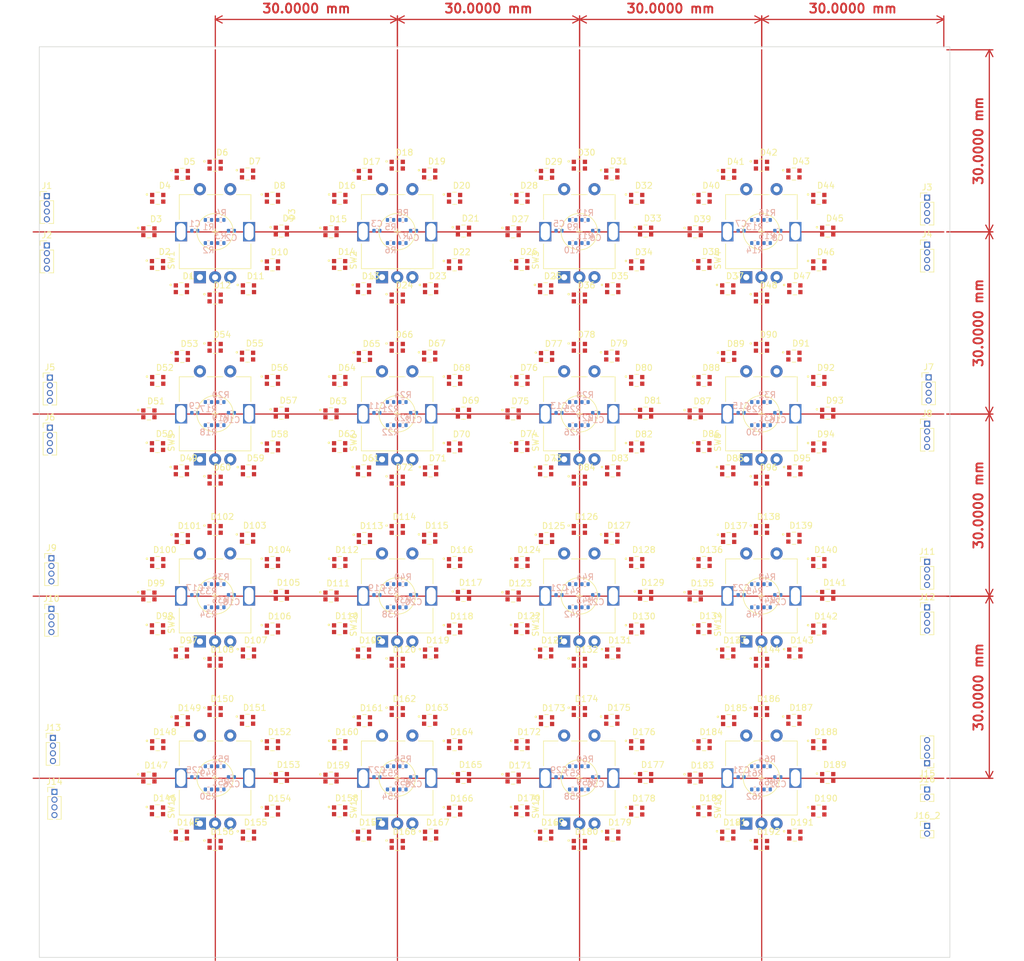
<source format=kicad_pcb>
(kicad_pcb (version 20211014) (generator pcbnew)
  (layers (0 "F.Cu" signal) (31 "B.Cu" signal) (34 "B.Paste" user) (35 "F.Paste" user) (36 "B.SilkS" user "B.Silkscreen") (37 "F.SilkS" user "F.Silkscreen") (38 "B.Mask" user) (39 "F.Mask" user) (44 "Edge.Cuts" user))
  (net 0 "")
  (net 1 "Net-(C1-Pad1)")
  (net 2 "GND")
  (net 3 "Net-(C2-Pad1)")
  (net 4 "Net-(C5-Pad1)")
  (net 5 "Net-(C6-Pad1)")
  (net 6 "Net-(C7-Pad1)")
  (net 7 "Net-(C8-Pad1)")
  (net 8 "Net-(C9-Pad1)")
  (net 9 "Net-(C10-Pad1)")
  (net 10 "Net-(C11-Pad1)")
  (net 11 "Net-(C12-Pad1)")
  (net 12 "Net-(C13-Pad1)")
  (net 13 "Net-(C14-Pad1)")
  (net 14 "Net-(C15-Pad1)")
  (net 15 "Net-(C16-Pad1)")
  (net 16 "Net-(C17-Pad1)")
  (net 17 "Net-(C18-Pad1)")
  (net 18 "Net-(C19-Pad1)")
  (net 19 "Net-(C20-Pad1)")
  (net 20 "Net-(C21-Pad1)")
  (net 21 "Net-(C22-Pad1)")
  (net 22 "Net-(C23-Pad1)")
  (net 23 "Net-(C24-Pad1)")
  (net 24 "Net-(C25-Pad1)")
  (net 25 "Net-(C26-Pad1)")
  (net 26 "Net-(C27-Pad1)")
  (net 27 "Net-(C28-Pad1)")
  (net 28 "Net-(C29-Pad1)")
  (net 29 "Net-(C30-Pad1)")
  (net 30 "Net-(C31-Pad1)")
  (net 31 "Net-(C32-Pad1)")
  (net 32 "Net-(C3-Pad1)")
  (net 33 "+5V")
  (net 34 "Net-(C4-Pad1)")
  (net 36 "Net-(D1-Pad4)")
  (net 37 "Net-(D2-Pad4)")
  (net 38 "Net-(D3-Pad4)")
  (net 39 "Net-(D4-Pad4)")
  (net 40 "Net-(D5-Pad4)")
  (net 41 "Net-(D6-Pad4)")
  (net 42 "Net-(D7-Pad4)")
  (net 43 "Net-(D8-Pad4)")
  (net 44 "Net-(D10-Pad2)")
  (net 45 "Net-(D10-Pad4)")
  (net 46 "Net-(D11-Pad4)")
  (net 47 "Net-(D12-Pad4)")
  (net 49 "Net-(D13-Pad4)")
  (net 50 "Net-(D14-Pad4)")
  (net 51 "Net-(D15-Pad4)")
  (net 52 "Net-(D16-Pad4)")
  (net 53 "Net-(D17-Pad4)")
  (net 54 "Net-(D18-Pad4)")
  (net 55 "Net-(D19-Pad4)")
  (net 56 "Net-(D20-Pad4)")
  (net 57 "Net-(D21-Pad4)")
  (net 58 "Net-(D22-Pad4)")
  (net 59 "Net-(D23-Pad4)")
  (net 60 "Net-(D24-Pad4)")
  (net 62 "Net-(D25-Pad4)")
  (net 63 "Net-(D26-Pad4)")
  (net 64 "Net-(D27-Pad4)")
  (net 65 "Net-(D28-Pad4)")
  (net 66 "Net-(D29-Pad4)")
  (net 67 "Net-(D30-Pad4)")
  (net 68 "Net-(D31-Pad4)")
  (net 69 "Net-(D32-Pad4)")
  (net 70 "Net-(D33-Pad4)")
  (net 71 "Net-(D34-Pad4)")
  (net 72 "Net-(D35-Pad4)")
  (net 73 "Net-(D36-Pad4)")
  (net 75 "Net-(D37-Pad4)")
  (net 76 "Net-(D38-Pad4)")
  (net 77 "Net-(D39-Pad4)")
  (net 78 "Net-(D40-Pad4)")
  (net 79 "Net-(D41-Pad4)")
  (net 80 "Net-(D42-Pad4)")
  (net 81 "Net-(D43-Pad4)")
  (net 82 "Net-(D44-Pad4)")
  (net 83 "Net-(D45-Pad4)")
  (net 84 "Net-(D46-Pad4)")
  (net 85 "Net-(D47-Pad4)")
  (net 86 "Net-(D48-Pad4)")
  (net 88 "Net-(D49-Pad4)")
  (net 89 "Net-(D50-Pad4)")
  (net 90 "Net-(D51-Pad4)")
  (net 91 "Net-(D52-Pad4)")
  (net 92 "Net-(D53-Pad4)")
  (net 93 "Net-(D54-Pad4)")
  (net 94 "Net-(D55-Pad4)")
  (net 95 "Net-(D56-Pad4)")
  (net 96 "Net-(D57-Pad4)")
  (net 97 "Net-(D58-Pad4)")
  (net 98 "Net-(D59-Pad4)")
  (net 99 "Net-(D60-Pad4)")
  (net 101 "Net-(D61-Pad4)")
  (net 102 "Net-(D62-Pad4)")
  (net 103 "Net-(D63-Pad4)")
  (net 104 "Net-(D64-Pad4)")
  (net 105 "Net-(D65-Pad4)")
  (net 106 "Net-(D66-Pad4)")
  (net 107 "Net-(D67-Pad4)")
  (net 108 "Net-(D68-Pad4)")
  (net 109 "Net-(D69-Pad4)")
  (net 110 "Net-(D70-Pad4)")
  (net 111 "Net-(D71-Pad4)")
  (net 112 "Net-(D72-Pad4)")
  (net 114 "Net-(D73-Pad4)")
  (net 115 "Net-(D74-Pad4)")
  (net 116 "Net-(D75-Pad4)")
  (net 117 "Net-(D76-Pad4)")
  (net 118 "Net-(D77-Pad4)")
  (net 119 "Net-(D78-Pad4)")
  (net 120 "Net-(D79-Pad4)")
  (net 121 "Net-(D80-Pad4)")
  (net 122 "Net-(D81-Pad4)")
  (net 123 "Net-(D82-Pad4)")
  (net 124 "Net-(D83-Pad4)")
  (net 125 "Net-(D84-Pad4)")
  (net 127 "Net-(D85-Pad4)")
  (net 128 "Net-(D86-Pad4)")
  (net 129 "Net-(D87-Pad4)")
  (net 130 "Net-(D88-Pad4)")
  (net 131 "Net-(D89-Pad4)")
  (net 132 "Net-(D90-Pad4)")
  (net 133 "Net-(D91-Pad4)")
  (net 134 "Net-(D92-Pad4)")
  (net 135 "Net-(D93-Pad4)")
  (net 136 "Net-(D94-Pad4)")
  (net 137 "Net-(D95-Pad4)")
  (net 138 "Net-(D96-Pad4)")
  (net 140 "Net-(D97-Pad4)")
  (net 141 "Net-(D98-Pad4)")
  (net 142 "Net-(D100-Pad2)")
  (net 143 "Net-(D100-Pad4)")
  (net 144 "Net-(D101-Pad4)")
  (net 145 "Net-(D102-Pad4)")
  (net 146 "Net-(D103-Pad4)")
  (net 147 "Net-(D104-Pad4)")
  (net 148 "Net-(D105-Pad4)")
  (net 149 "Net-(D106-Pad4)")
  (net 150 "Net-(D107-Pad4)")
  (net 151 "Net-(D108-Pad4)")
  (net 153 "Net-(D109-Pad4)")
  (net 154 "Net-(D110-Pad4)")
  (net 155 "Net-(D111-Pad4)")
  (net 156 "Net-(D112-Pad4)")
  (net 157 "Net-(D113-Pad4)")
  (net 158 "Net-(D114-Pad4)")
  (net 159 "Net-(D115-Pad4)")
  (net 160 "Net-(D116-Pad4)")
  (net 161 "Net-(D117-Pad4)")
  (net 162 "Net-(D118-Pad4)")
  (net 163 "Net-(D119-Pad4)")
  (net 164 "Net-(D120-Pad4)")
  (net 166 "Net-(D121-Pad4)")
  (net 167 "Net-(D122-Pad4)")
  (net 168 "Net-(D123-Pad4)")
  (net 169 "Net-(D124-Pad4)")
  (net 170 "Net-(D125-Pad4)")
  (net 171 "Net-(D126-Pad4)")
  (net 172 "Net-(D127-Pad4)")
  (net 173 "Net-(D128-Pad4)")
  (net 174 "Net-(D129-Pad4)")
  (net 175 "Net-(D130-Pad4)")
  (net 176 "Net-(D131-Pad4)")
  (net 177 "Net-(D132-Pad4)")
  (net 179 "Net-(D133-Pad4)")
  (net 180 "Net-(D134-Pad4)")
  (net 181 "Net-(D135-Pad4)")
  (net 182 "Net-(D136-Pad4)")
  (net 183 "Net-(D137-Pad4)")
  (net 184 "Net-(D138-Pad4)")
  (net 185 "Net-(D139-Pad4)")
  (net 186 "Net-(D140-Pad4)")
  (net 187 "Net-(D141-Pad4)")
  (net 188 "Net-(D142-Pad4)")
  (net 189 "Net-(D143-Pad4)")
  (net 191 "Net-(D145-Pad4)")
  (net 192 "Net-(D146-Pad4)")
  (net 193 "Net-(D147-Pad4)")
  (net 194 "Net-(D148-Pad4)")
  (net 195 "Net-(D149-Pad4)")
  (net 196 "Net-(D150-Pad4)")
  (net 197 "Net-(D151-Pad4)")
  (net 198 "Net-(D152-Pad4)")
  (net 199 "Net-(D153-Pad4)")
  (net 200 "Net-(D154-Pad4)")
  (net 201 "Net-(D155-Pad4)")
  (net 203 "Net-(D157-Pad4)")
  (net 204 "Net-(D158-Pad4)")
  (net 205 "Net-(D159-Pad4)")
  (net 206 "Net-(D160-Pad4)")
  (net 207 "Net-(D161-Pad4)")
  (net 208 "Net-(D162-Pad4)")
  (net 209 "Net-(D163-Pad4)")
  (net 210 "Net-(D164-Pad4)")
  (net 211 "Net-(D165-Pad4)")
  (net 212 "Net-(D166-Pad4)")
  (net 213 "Net-(D167-Pad4)")
  (net 215 "Net-(D169-Pad4)")
  (net 216 "Net-(D170-Pad4)")
  (net 217 "Net-(D171-Pad4)")
  (net 218 "Net-(D172-Pad4)")
  (net 219 "Net-(D173-Pad4)")
  (net 220 "Net-(D174-Pad4)")
  (net 221 "Net-(D175-Pad4)")
  (net 222 "Net-(D176-Pad4)")
  (net 223 "Net-(D177-Pad4)")
  (net 224 "Net-(D178-Pad4)")
  (net 225 "Net-(D179-Pad4)")
  (net 227 "Net-(D181-Pad4)")
  (net 228 "Net-(D182-Pad4)")
  (net 229 "Net-(D183-Pad4)")
  (net 230 "Net-(D184-Pad4)")
  (net 231 "Net-(D185-Pad4)")
  (net 232 "Net-(D186-Pad4)")
  (net 233 "Net-(D187-Pad4)")
  (net 234 "Net-(D188-Pad4)")
  (net 235 "Net-(D189-Pad4)")
  (net 236 "Net-(D190-Pad4)")
  (net 237 "Net-(D191-Pad4)")
  (net 238 "Net-(J1-Pad1)")
  (net 239 "Net-(J1-Pad2)")
  (net 240 "Net-(J1-Pad3)")
  (net 241 "Net-(J2-Pad1)")
  (net 242 "Net-(J2-Pad2)")
  (net 243 "Net-(J2-Pad3)")
  (net 244 "Net-(J3-Pad1)")
  (net 245 "Net-(J3-Pad2)")
  (net 246 "Net-(J3-Pad3)")
  (net 247 "Net-(J4-Pad1)")
  (net 248 "Net-(J4-Pad2)")
  (net 249 "Net-(J4-Pad3)")
  (net 250 "Net-(J5_1-Pad1)")
  (net 251 "Net-(J5_1-Pad2)")
  (net 252 "Net-(J5_2-Pad2)")
  (net 253 "Net-(J6-Pad1)")
  (net 254 "Net-(J6-Pad2)")
  (net 255 "Net-(J6-Pad3)")
  (net 256 "Net-(J7-Pad1)")
  (net 257 "Net-(J7-Pad2)")
  (net 258 "Net-(J7-Pad3)")
  (net 259 "Net-(J8-Pad1)")
  (net 260 "Net-(J8-Pad2)")
  (net 261 "Net-(J8-Pad3)")
  (net 262 "Net-(J9-Pad1)")
  (net 263 "Net-(J9-Pad2)")
  (net 264 "Net-(J9-Pad3)")
  (net 265 "Net-(J10-Pad1)")
  (net 266 "Net-(J10-Pad2)")
  (net 267 "Net-(J10-Pad3)")
  (net 268 "Net-(J11-Pad1)")
  (net 269 "Net-(J11-Pad2)")
  (net 270 "Net-(J11-Pad3)")
  (net 271 "Net-(J12-Pad1)")
  (net 272 "Net-(J12-Pad2)")
  (net 273 "Net-(J12-Pad3)")
  (net 274 "Net-(J13-Pad1)")
  (net 275 "Net-(J13-Pad2)")
  (net 276 "Net-(J13-Pad3)")
  (net 277 "Net-(J14-Pad2)")
  (net 278 "Net-(J14-Pad3)")
  (net 279 "Net-(J14-Pad4)")
  (net 280 "Net-(J15-Pad2)")
  (net 281 "Net-(J15-Pad3)")
  (net 282 "Net-(J15-Pad4)")
  (net 283 "Net-(J16-Pad2)")
  (net 284 "Net-(J16-Pad3)")
  (net 285 "Net-(J16-Pad4)")
  (net 286 "Net-(J14-Pad1)")
  (net 287 "Net-(D156-Pad4)")
  (net 288 "Net-(J16-Pad1)")
  (net 289 "Net-(J4-Pad4)")
  (net 290 "Net-(J5_2-Pad1)")
  (footprint "WS2812-2020 2:LED_WS2812-2020" (layer "F.Cu") (at 51.81 48.46)
    (fp_text reference "D7")
    (fp_text value "WS2812B")
  )
  (footprint "WS2812-2020 2:LED_WS2812-2020" (layer "F.Cu") (at 66.976478 123.36)
    (fp_text reference "D110")
    (fp_text value "WS2812B")
  )
  (footprint "WS2812-2020 2:LED_WS2812-2020" (layer "F.Cu") (at 87.376478 87.86)
    (fp_text reference "D69")
    (fp_text value "WS2812B")
  )
  (footprint "Rotary_Encoder:RotaryEncoder_Alps_EC11E-Switch_Vertical_H20mm" (layer "F.Cu") (at 103.96 125.46 90)
    (fp_text reference "SW11")
    (fp_text value "RotaryEncoder_Switch")
  )
  (footprint "WS2812-2020 2:LED_WS2812-2020" (layer "F.Cu") (at 126.976478 123.36)
    (fp_text reference "D134")
    (fp_text value "WS2812B")
  )
  (footprint "WS2812-2020 2:LED_WS2812-2020" (layer "F.Cu") (at 126.976478 93.36)
    (fp_text reference "D86")
    (fp_text value "WS2812B")
  )
  (footprint "WS2812-2020 2:LED_WS2812-2020" (layer "F.Cu") (at 136.47 98.884032)
    (fp_text reference "D96")
    (fp_text value "WS2812B")
  )
  (footprint "WS2812-2020 2:LED_WS2812-2020" (layer "F.Cu") (at 85.91 142.46)
    (fp_text reference "D164")
    (fp_text value "WS2812B")
  )
  (footprint "WS2812-2020 2:LED_WS2812-2020" (layer "F.Cu") (at 136.47 128.884032)
    (fp_text reference "D144")
    (fp_text value "WS2812B")
  )
  (footprint "WS2812-2020 2:LED_WS2812-2020" (layer "F.Cu") (at 115.91 153.41)
    (fp_text reference "D178")
    (fp_text value "WS2812B")
  )
  (footprint "WS2812-2020 2:LED_WS2812-2020" (layer "F.Cu") (at 141.81 48.46)
    (fp_text reference "D43")
    (fp_text value "WS2812B")
  )
  (footprint "WS2812-2020 2:LED_WS2812-2020" (layer "F.Cu") (at 85.91 63.41)
    (fp_text reference "D22")
    (fp_text value "WS2812B")
  )
  (footprint "Rotary_Encoder:RotaryEncoder_Alps_EC11E-Switch_Vertical_H20mm" (layer "F.Cu") (at 73.96 155.46 90)
    (fp_text reference "SW14")
    (fp_text value "RotaryEncoder_Switch")
  )
  (footprint "WS2812-2020 2:LED_WS2812-2020" (layer "F.Cu") (at 111.81 108.46)
    (fp_text reference "D127")
    (fp_text value "WS2812B")
  )
  (footprint "WS2812-2020 2:LED_WS2812-2020" (layer "F.Cu") (at 115.91 82.46)
    (fp_text reference "D80")
    (fp_text value "WS2812B")
  )
  (footprint "WS2812-2020 2:LED_WS2812-2020" (layer "F.Cu") (at 106.47 137.005968)
    (fp_text reference "D174")
    (fp_text value "WS2812B")
  )
  (footprint "WS2812-2020 2:LED_WS2812-2020" (layer "F.Cu") (at 106.47 158.884032)
    (fp_text reference "D180")
    (fp_text value "WS2812B")
  )
  (footprint "WS2812-2020 2:LED_WS2812-2020" (layer "F.Cu") (at 85.91 153.41)
    (fp_text reference "D166")
    (fp_text value "WS2812B")
  )
  (footprint "Connector_PinHeader_1.27mm:PinHeader_1x04_P1.27mm_Vertical" (layer "F.Cu") (at 163.75 60.1)
    (fp_text reference "J4")
    (fp_text value "Conn_01x04_Female")
  )
  (footprint "WS2812-2020 2:LED_WS2812-2020" (layer "F.Cu") (at 76.47 98.884032)
    (fp_text reference "D72")
    (fp_text value "WS2812B")
  )
  (footprint "WS2812-2020 2:LED_WS2812-2020" (layer "F.Cu") (at 66.976478 93.36)
    (fp_text reference "D62")
    (fp_text value "WS2812B")
  )
  (footprint "WS2812-2020 2:LED_WS2812-2020" (layer "F.Cu") (at 41.06 78.51)
    (fp_text reference "D53")
    (fp_text value "WS2812B")
  )
  (footprint "WS2812-2020 2:LED_WS2812-2020" (layer "F.Cu") (at 65.555968 87.97)
    (fp_text reference "D63")
    (fp_text value "WS2812B")
  )
  (footprint "WS2812-2020 2:LED_WS2812-2020" (layer "F.Cu") (at 51.81 138.46)
    (fp_text reference "D151")
    (fp_text value "WS2812B")
  )
  (footprint "WS2812-2020 2:LED_WS2812-2020" (layer "F.Cu") (at 147.376478 147.86)
    (fp_text reference "D189")
    (fp_text value "WS2812B")
  )
  (footprint "Connector_PinHeader_1.27mm:PinHeader_1x04_P1.27mm_Vertical" (layer "F.Cu") (at 164 81.96)
    (fp_text reference "J7")
    (fp_text value "Conn_01x04_Female")
  )
  (footprint "WS2812-2020 2:LED_WS2812-2020" (layer "F.Cu") (at 125.555968 147.97)
    (fp_text reference "D183")
    (fp_text value "WS2812B")
  )
  (footprint "WS2812-2020 2:LED_WS2812-2020" (layer "F.Cu") (at 95.555968 117.97)
    (fp_text reference "D123")
    (fp_text value "WS2812B")
  )
  (footprint "WS2812-2020 2:LED_WS2812-2020" (layer "F.Cu") (at 87.376478 57.86)
    (fp_text reference "D21")
    (fp_text value "WS2812B")
  )
  (footprint "WS2812-2020 2:LED_WS2812-2020" (layer "F.Cu") (at 70.91 67.36)
    (fp_text reference "D13")
    (fp_text value "WS2812B")
  )
  (footprint "Rotary_Encoder:RotaryEncoder_Alps_EC11E-Switch_Vertical_H20mm" (layer "F.Cu") (at 133.96 125.46 90)
    (fp_text reference "SW12")
    (fp_text value "RotaryEncoder_Switch")
  )
  (footprint "WS2812-2020 2:LED_WS2812-2020" (layer "F.Cu") (at 101.06 108.51)
    (fp_text reference "D125")
    (fp_text value "WS2812B")
  )
  (footprint "WS2812-2020 2:LED_WS2812-2020" (layer "F.Cu") (at 95.555968 87.97)
    (fp_text reference "D75")
    (fp_text value "WS2812B")
  )
  (footprint "WS2812-2020 2:LED_WS2812-2020" (layer "F.Cu") (at 81.96 127.36)
    (fp_text reference "D119")
    (fp_text value "WS2812B")
  )
  (footprint "WS2812-2020 2:LED_WS2812-2020" (layer "F.Cu") (at 71.06 48.51)
    (fp_text reference "D17")
    (fp_text value "WS2812B")
  )
  (footprint "WS2812-2020 2:LED_WS2812-2020" (layer "F.Cu") (at 85.91 52.46)
    (fp_text reference "D20")
    (fp_text value "WS2812B")
  )
  (footprint "WS2812-2020 2:LED_WS2812-2020" (layer "F.Cu") (at 76.47 77.005968)
    (fp_text reference "D66")
    (fp_text value "WS2812B")
  )
  (footprint "WS2812-2020 2:LED_WS2812-2020" (layer "F.Cu") (at 106.47 98.884032)
    (fp_text reference "D84")
    (fp_text value "WS2812B")
  )
  (footprint "WS2812-2020 2:LED_WS2812-2020" (layer "F.Cu") (at 130.91 127.36)
    (fp_text reference "D133")
    (fp_text value "WS2812B")
  )
  (footprint "WS2812-2020 2:LED_WS2812-2020" (layer "F.Cu") (at 115.91 142.46)
    (fp_text reference "D176")
    (fp_text value "WS2812B")
  )
  (footprint "WS2812-2020 2:LED_WS2812-2020" (layer "F.Cu") (at 87.376478 147.86)
    (fp_text reference "D165")
    (fp_text value "WS2812B")
  )
  (footprint "WS2812-2020 2:LED_WS2812-2020" (layer "F.Cu") (at 76.47 107.005968)
    (fp_text reference "D114")
    (fp_text value "WS2812B")
  )
  (footprint "WS2812-2020 2:LED_WS2812-2020" (layer "F.Cu") (at 55.91 112.46)
    (fp_text reference "D104")
    (fp_text value "WS2812B")
  )
  (footprint "WS2812-2020 2:LED_WS2812-2020" (layer "F.Cu") (at 145.91 153.41)
    (fp_text reference "D190")
    (fp_text value "WS2812B")
  )
  (footprint "WS2812-2020 2:LED_WS2812-2020" (layer "F.Cu") (at 145.91 112.46)
    (fp_text reference "D140")
    (fp_text value "WS2812B")
  )
  (footprint "WS2812-2020 2:LED_WS2812-2020" (layer "F.Cu") (at 117.376478 147.86)
    (fp_text reference "D177")
    (fp_text value "WS2812B")
  )
  (footprint "WS2812-2020 2:LED_WS2812-2020" (layer "F.Cu") (at 145.91 93.41)
    (fp_text reference "D94")
    (fp_text value "WS2812B")
  )
  (footprint "Connector_PinHeader_1.27mm:PinHeader_1x04_P1.27mm_Vertical" (layer "F.Cu") (at 19.25 90.25)
    (fp_text reference "J6")
    (fp_text value "Conn_01x04_Female")
  )
  (footprint "Connector_PinHeader_1.27mm:PinHeader_1x02_P1.27mm_Vertical" (layer "F.Cu") (at 163.75 155.85)
    (fp_text reference "J16_2")
    (fp_text value "Conn_01x02_Female")
  )
  (footprint "WS2812-2020 2:LED_WS2812-2020" (layer "F.Cu") (at 55.91 52.46)
    (fp_text reference "D8")
    (fp_text value "WS2812B")
  )
  (footprint "Connector_PinHeader_1.27mm:PinHeader_1x04_P1.27mm_Vertical" (layer "F.Cu") (at 19.75 141.35)
    (fp_text reference "J13")
    (fp_text value "Conn_01x04_Female")
  )
  (footprint "WS2812-2020 2:LED_WS2812-2020" (layer "F.Cu") (at 70.91 157.36)
    (fp_text reference "D157")
    (fp_text value "WS2812B")
  )
  (footprint "Rotary_Encoder:RotaryEncoder_Alps_EC11E-Switch_Vertical_H20mm" (layer "F.Cu") (at 43.96 125.46 90)
    (fp_text reference "SW9")
    (fp_text value "RotaryEncoder_Switch")
  )
  (footprint "WS2812-2020 2:LED_WS2812-2020" (layer "F.Cu") (at 97.01 82.46)
    (fp_text reference "D76")
    (fp_text value "WS2812B")
  )
  (footprint "WS2812-2020 2:LED_WS2812-2020" (layer "F.Cu") (at 87.376478 117.86)
    (fp_text reference "D117")
    (fp_text value "WS2812B")
  )
  (footprint "WS2812-2020 2:LED_WS2812-2020" (layer "F.Cu") (at 145.91 82.46)
    (fp_text reference "D92")
    (fp_text value "WS2812B")
  )
  (footprint "WS2812-2020 2:LED_WS2812-2020" (layer "F.Cu") (at 106.47 128.884032)
    (fp_text reference "D132")
    (fp_text value "WS2812B")
  )
  (footprint "WS2812-2020 2:LED_WS2812-2020" (layer "F.Cu") (at 141.96 157.36)
    (fp_text reference "D191")
    (fp_text value "WS2812B")
  )
  (footprint "WS2812-2020 2:LED_WS2812-2020" (layer "F.Cu") (at 57.376478 57.86)
    (fp_text reference "D9")
    (fp_text value "WS2812B")
  )
  (footprint "WS2812-2020 2:LED_WS2812-2020" (layer "F.Cu") (at 127.01 142.46)
    (fp_text reference "D184")
    (fp_text value "WS2812B")
  )
  (footprint "Connector_PinHeader_1.27mm:PinHeader_1x04_P1.27mm_Vertical" (layer "F.Cu") (at 163.75 119.85)
    (fp_text reference "J12")
    (fp_text value "Conn_01x04_Female")
  )
  (footprint "WS2812-2020 2:LED_WS2812-2020" (layer "F.Cu") (at 96.976478 153.36)
    (fp_text reference "D170")
    (fp_text value "WS2812B")
  )
  (footprint "WS2812-2020 2:LED_WS2812-2020" (layer "F.Cu") (at 115.91 93.41)
    (fp_text reference "D82")
    (fp_text value "WS2812B")
  )
  (footprint "WS2812-2020 2:LED_WS2812-2020" (layer "F.Cu") (at 46.47 107.005968)
    (fp_text reference "D102")
    (fp_text value "WS2812B")
  )
  (footprint "WS2812-2020 2:LED_WS2812-2020" (layer "F.Cu") (at 136.47 68.884032)
    (fp_text reference "D48")
    (fp_text value "WS2812B")
  )
  (footprint "WS2812-2020 2:LED_WS2812-2020" (layer "F.Cu") (at 36.976478 123.36)
    (fp_text reference "D98")
    (fp_text value "WS2812B")
  )
  (footprint "WS2812-2020 2:LED_WS2812-2020" (layer "F.Cu") (at 95.555968 57.97)
    (fp_text reference "D27")
    (fp_text value "WS2812B")
  )
  (footprint "WS2812-2020 2:LED_WS2812-2020" (layer "F.Cu") (at 67.01 112.46)
    (fp_text reference "D112")
    (fp_text value "WS2812B")
  )
  (footprint "Connector_PinHeader_1.27mm:PinHeader_1x04_P1.27mm_Vertical" (layer "F.Cu") (at 20 150.25)
    (fp_text reference "J14")
    (fp_text value "Conn_01x04_Female")
  )
  (footprint "WS2812-2020 2:LED_WS2812-2020" (layer "F.Cu") (at 35.555968 57.97)
    (fp_text reference "D3")
    (fp_text value "WS2812B")
  )
  (footprint "WS2812-2020 2:LED_WS2812-2020" (layer "F.Cu") (at 57.376478 87.86)
    (fp_text reference "D57")
    (fp_text value "WS2812B")
  )
  (footprint "WS2812-2020 2:LED_WS2812-2020" (layer "F.Cu") (at 36.976478 93.36)
    (fp_text reference "D50")
    (fp_text value "WS2812B")
  )
  (footprint "Rotary_Encoder:RotaryEncoder_Alps_EC11E-Switch_Vertical_H20mm" (layer "F.Cu") (at 73.96 125.46 90)
    (fp_text reference "SW10")
    (fp_text value "RotaryEncoder_Switch")
  )
  (footprint "WS2812-2020 2:LED_WS2812-2020" (layer "F.Cu") (at 51.96 67.36)
    (fp_text reference "D11")
    (fp_text value "WS2812B")
  )
  (footprint "WS2812-2020 2:LED_WS2812-2020" (layer "F.Cu") (at 81.96 97.36)
    (fp_text reference "D71")
    (fp_text value "WS2812B")
  )
  (footprint "WS2812-2020 2:LED_WS2812-2020" (layer "F.Cu") (at 97.01 52.46)
    (fp_text reference "D28")
    (fp_text value "WS2812B")
  )
  (footprint "WS2812-2020 2:LED_WS2812-2020" (layer "F.Cu") (at 66.976478 63.36)
    (fp_text reference "D14")
    (fp_text value "WS2812B")
  )
  (footprint "Rotary_Encoder:RotaryEncoder_Alps_EC11E-Switch_Vertical_H20mm" (layer "F.Cu") (at 103.96 65.46 90)
    (fp_text reference "SW3")
    (fp_text value "RotaryEncoder_Switch")
  )
  (footprint "WS2812-2020 2:LED_WS2812-2020" (layer "F.Cu") (at 111.81 138.46)
    (fp_text reference "D175")
    (fp_text value "WS2812B")
  )
  (footprint "Connector_PinHeader_1.27mm:PinHeader_1x04_P1.27mm_Vertical" (layer "F.Cu") (at 163.75 52.35)
    (fp_text reference "J3")
    (fp_text value "Conn_01x04_Female")
  )
  (footprint "WS2812-2020 2:LED_WS2812-2020" (layer "F.Cu") (at 100.91 127.36)
    (fp_text reference "D121")
    (fp_text value "WS2812B")
  )
  (footprint "WS2812-2020 2:LED_WS2812-2020" (layer "F.Cu") (at 65.555968 117.97)
    (fp_text reference "D111")
    (fp_text value "WS2812B")
  )
  (footprint "WS2812-2020 2:LED_WS2812-2020" (layer "F.Cu") (at 36.976478 63.36)
    (fp_text reference "D2")
    (fp_text value "WS2812B")
  )
  (footprint "Connector_PinHeader_1.27mm:PinHeader_1x04_P1.27mm_Vertical" (layer "F.Cu") (at 19.5 120.1)
    (fp_text reference "J10")
    (fp_text value "Conn_01x04_Female")
  )
  (footprint "WS2812-2020 2:LED_WS2812-2020" (layer "F.Cu") (at 141.81 108.46)
    (fp_text reference "D139")
    (fp_text value "WS2812B")
  )
  (footprint "WS2812-2020 2:LED_WS2812-2020" (layer "F.Cu") (at 51.81 108.46)
    (fp_text reference "D103")
    (fp_text value "WS2812B")
  )
  (footprint "WS2812-2020 2:LED_WS2812-2020" (layer "F.Cu") (at 55.91 123.41)
    (fp_text reference "D106")
    (fp_text value "WS2812B")
  )
  (footprint "WS2812-2020 2:LED_WS2812-2020" (layer "F.Cu") (at 55.91 153.41)
    (fp_text reference "D154")
    (fp_text value "WS2812B")
  )
  (footprint "Connector_PinHeader_1.27mm:PinHeader_1x04_P1.27mm_Vertical" (layer "F.Cu") (at 19.5 111.75)
    (fp_text reference "J9")
    (fp_text value "Conn_01x04_Female")
  )
  (footprint "WS2812-2020 2:LED_WS2812-2020" (layer "F.Cu") (at 40.91 97.36)
    (fp_text reference "D49")
    (fp_text value "WS2812B")
  )
  (footprint "WS2812-2020 2:LED_WS2812-2020" (layer "F.Cu") (at 136.47 158.884032)
    (fp_text reference "D192")
    (fp_text value "WS2812B")
  )
  (footprint "WS2812-2020 2:LED_WS2812-2020" (layer "F.Cu") (at 37.01 82.46)
    (fp_text reference "D52")
    (fp_text value "WS2812B")
  )
  (footprint "WS2812-2020 2:LED_WS2812-2020" (layer "F.Cu") (at 71.06 138.51)
    (fp_text reference "D161")
    (fp_text value "WS2812B")
  )
  (footprint "WS2812-2020 2:LED_WS2812-2020" (layer "F.Cu") (at 97.01 112.46)
    (fp_text reference "D124")
    (fp_text value "WS2812B")
  )
  (footprint "WS2812-2020 2:LED_WS2812-2020" (layer "F.Cu") (at 117.376478 57.86)
    (fp_text reference "D33")
    (fp_text value "WS2812B")
  )
  (footprint "WS2812-2020 2:LED_WS2812-2020" (layer "F.Cu") (at 136.47 47.005968)
    (fp_text reference "D42")
    (fp_text value "WS2812B")
  )
  (footprint "WS2812-2020 2:LED_WS2812-2020" (layer "F.Cu") (at 65.555968 57.97)
    (fp_text reference "D15")
    (fp_text value "WS2812B")
  )
  (footprint "WS2812-2020 2:LED_WS2812-2020" (layer "F.Cu") (at 141.81 78.46)
    (fp_text reference "D91")
    (fp_text value "WS2812B")
  )
  (footprint "WS2812-2020 2:LED_WS2812-2020" (layer "F.Cu") (at 97.01 142.46)
    (fp_text reference "D172")
    (fp_text value "WS2812B")
  )
  (footprint "Rotary_Encoder:RotaryEncoder_Alps_EC11E-Switch_Vertical_H20mm" (layer "F.Cu") (at 133.96 65.46 90)
    (fp_text reference "SW4")
    (fp_text value "RotaryEncoder_Switch")
  )
  (footprint "Rotary_Encoder:RotaryEncoder_Alps_EC11E-Switch_Vertical_H20mm" (layer "F.Cu") (at 43.96 95.46 90)
    (fp_text reference "SW5")
    (fp_text value "RotaryEncoder_Switch")
  )
  (footprint "WS2812-2020 2:LED_WS2812-2020" (layer "F.Cu") (at 125.555968 87.97)
    (fp_text reference "D87")
    (fp_text value "WS2812B")
  )
  (footprint "WS2812-2020 2:LED_WS2812-2020" (layer "F.Cu") (at 81.81 48.46)
    (fp_text reference "D19")
    (fp_text value "WS2812B")
  )
  (footprint "WS2812-2020 2:LED_WS2812-2020" (layer "F.Cu") (at 85.91 123.41)
    (fp_text reference "D118")
    (fp_text value "WS2812B")
  )
  (footprint "WS2812-2020 2:LED_WS2812-2020" (layer "F.Cu") (at 130.91 67.36)
    (fp_text reference "D37")
    (fp_text value "WS2812B")
  )
  (footprint "WS2812-2020 2:LED_WS2812-2020" (layer "F.Cu") (at 136.47 107.005968)
    (fp_text reference "D138")
    (fp_text value "WS2812B")
  )
  (footprint "WS2812-2020 2:LED_WS2812-2020" (layer "F.Cu") (at 37.01 52.46)
    (fp_text reference "D4")
    (fp_text value "WS2812B")
  )
  (footprint "WS2812-2020 2:LED_WS2812-2020" (layer "F.Cu") (at 127.01 52.46)
    (fp_text reference "D40")
    (fp_text value "WS2812B")
  )
  (footprint "WS2812-2020 2:LED_WS2812-2020" (layer "F.Cu") (at 46.47 158.884032)
    (fp_text reference "D156")
    (fp_text value "WS2812B")
  )
  (footprint "WS2812-2020 2:LED_WS2812-2020" (layer "F.Cu") (at 111.81 48.46)
    (fp_text reference "D31")
    (fp_text value "WS2812B")
  )
  (footprint "WS2812-2020 2:LED_WS2812-2020" (layer "F.Cu") (at 147.376478 117.86)
    (fp_text reference "D141")
    (fp_text value "WS2812B")
  )
  (footprint "Rotary_Encoder:RotaryEncoder_Alps_EC11E-Switch_Vertical_H20mm" (layer "F.Cu") (at 103.96 155.46 90)
    (fp_text reference "SW15")
    (fp_text value "RotaryEncoder_Switch")
  )
  (footprint "WS2812-2020 2:LED_WS2812-2020" (layer "F.Cu") (at 125.555968 57.97)
    (fp_text reference "D39")
    (fp_text value "WS2812B")
  )
  (footprint "WS2812-2020 2:LED_WS2812-2020" (layer "F.Cu") (at 141.96 127.36)
    (fp_text reference "D143")
    (fp_text value "WS2812B")
  )
  (footprint "WS2812-2020 2:LED_WS2812-2020" (layer "F.Cu") (at 106.47 77.005968)
    (fp_text reference "D78")
    (fp_text value "WS2812B")
  )
  (footprint "Rotary_Encoder:RotaryEncoder_Alps_EC11E-Switch_Vertical_H20mm" (layer "F.Cu") (at 43.96 155.46 90)
    (fp_text reference "SW13")
    (fp_text value "RotaryEncoder_Switch")
  )
  (footprint "Rotary_Encoder:RotaryEncoder_Alps_EC11E-Switch_Vertical_H20mm" (layer "F.Cu") (at 133.96 155.46 90)
    (fp_text reference "SW16")
    (fp_text value "RotaryEncoder_Switch")
  )
  (footprint "WS2812-2020 2:LED_WS2812-2020" (layer "F.Cu") (at 67.01 142.46)
    (fp_text reference "D160")
    (fp_text value "WS2812B")
  )
  (footprint "WS2812-2020 2:LED_WS2812-2020" (layer "F.Cu") (at 81.81 78.46)
    (fp_text reference "D67")
    (fp_text value "WS2812B")
  )
  (footprint "WS2812-2020 2:LED_WS2812-2020" (layer "F.Cu") (at 51.96 127.36)
    (fp_text reference "D107")
    (fp_text value "WS2812B")
  )
  (footprint "WS2812-2020 2:LED_WS2812-2020" (layer "F.Cu") (at 127.01 112.46)
    (fp_text reference "D136")
    (fp_text value "WS2812B")
  )
  (footprint "WS2812-2020 2:LED_WS2812-2020" (layer "F.Cu") (at 46.47 77.005968)
    (fp_text reference "D54")
    (fp_text value "WS2812B")
  )
  (footprint "WS2812-2020 2:LED_WS2812-2020" (layer "F.Cu") (at 76.47 158.884032)
    (fp_text reference "D168")
    (fp_text value "WS2812B")
  )
  (footprint "WS2812-2020 2:LED_WS2812-2020" (layer "F.Cu") (at 111.96 157.36)
    (fp_text reference "D179")
    (fp_text value "WS2812B")
  )
  (footprint "WS2812-2020 2:LED_WS2812-2020" (layer "F.Cu") (at 96.976478 93.36)
    (fp_text reference "D74")
    (fp_text value "WS2812B")
  )
  (footprint "WS2812-2020 2:LED_WS2812-2020" (layer "F.Cu") (at 147.376478 57.86)
    (fp_text reference "D45")
    (fp_text value "WS2812B")
  )
  (footprint "WS2812-2020 2:LED_WS2812-2020" (layer "F.Cu") (at 70.91 97.36)
    (fp_text reference "D61")
    (fp_text value "WS2812B")
  )
  (footprint "WS2812-2020 2:LED_WS2812-2020" (layer "F.Cu") (at 40.91 127.36)
    (fp_text reference "D97")
    (fp_text value "WS2812B")
  )
  (footprint "WS2812-2020 2:LED_WS2812-2020" (layer "F.Cu") (at 136.47 137.005968)
    (fp_text reference "D186")
    (fp_text value "WS2812B")
  )
  (footprint "WS2812-2020 2:LED_WS2812-2020" (layer "F.Cu") (at 85.91 82.46)
    (fp_text reference "D68")
    (fp_text value "WS2812B")
  )
  (footprint "WS2812-2020 2:LED_WS2812-2020" (layer "F.Cu") (at 117.376478 87.86)
    (fp_text reference "D81")
    (fp_text value "WS2812B")
  )
  (footprint "WS2812-2020 2:LED_WS2812-2020" (layer "F.Cu") (at 71.06 108.51)
    (fp_text reference "D113")
    (fp_text value "WS2812B")
  )
  (footprint "WS2812-2020 2:LED_WS2812-2020" (layer "F.Cu") (at 81.96 157.36)
    (fp_text reference "D167")
    (fp_text value "WS2812B")
  )
  (footprint "Rotary_Encoder:RotaryEncoder_Alps_EC11E-Switch_Vertical_H20mm" (layer "F.Cu") (at 73.96 65.46 90)
    (fp_text reference "SW2")
    (fp_text value "RotaryEncoder_Switch")
  )
  (footprint "WS2812-2020 2:LED_WS2812-2020" (layer "F.Cu") (at 115.91 112.46)
    (fp_text reference "D128")
    (fp_text value "WS2812B")
  )
  (footprint "Rotary_Encoder:RotaryEncoder_Alps_EC11E-Switch_Vertical_H20mm" (layer "F.Cu") (at 103.96 95.46 90)
    (fp_text reference "SW7")
    (fp_text value "RotaryEncoder_Switch")
  )
  (footprint "WS2812-2020 2:LED_WS2812-2020" (layer "F.Cu") (at 136.47 77.005968)
    (fp_text reference "D90")
    (fp_text value "WS2812B")
  )
  (footprint "WS2812-2020 2:LED_WS2812-2020" (layer "F.Cu") (at 35.555968 147.97)
    (fp_text reference "D147")
    (fp_text value "WS2812B")
  )
  (footprint "WS2812-2020 2:LED_WS2812-2020" (layer "F.Cu") (at 106.47 47.005968)
    (fp_text reference "D30")
    (fp_text value "WS2812B")
  )
  (footprint "Connector_PinHeader_1.27mm:PinHeader_1x04_P1.27mm_Vertical" (layer "F.Cu") (at 18.75 52.1)
    (fp_text reference "J1")
    (fp_text value "Conn_01x04_Female")
  )
  (footprint "WS2812-2020 2:LED_WS2812-2020" (layer "F.Cu") (at 96.976478 123.36)
    (fp_text reference "D122")
    (fp_text value "WS2812B")
  )
  (footprint "WS2812-2020 2:LED_WS2812-2020" (layer "F.Cu") (at 35.555968 87.97)
    (fp_text reference "D51")
    (fp_text value "WS2812B")
  )
  (footprint "WS2812-2020 2:LED_WS2812-2020" (layer "F.Cu") (at 145.91 123.41)
    (fp_text reference "D142")
    (fp_text value "WS2812B")
  )
  (footprint "WS2812-2020 2:LED_WS2812-2020" (layer "F.Cu") (at 130.91 157.36)
    (fp_text reference "D181")
    (fp_text value "WS2812B")
  )
  (footprint "WS2812-2020 2:LED_WS2812-2020" (layer "F.Cu") (at 126.976478 63.36)
    (fp_text reference "D38")
    (fp_text value "WS2812B")
  )
  (footprint "Connector_PinHeader_1.27mm:PinHeader_1x04_P1.27mm_Vertical" (layer "F.Cu") (at 19.25 82)
    (fp_text reference "J5")
    (fp_text value "Conn_01x04_Female")
  )
  (footprint "WS2812-2020 2:LED_WS2812-2020" (layer "F.Cu") (at 46.47 128.884032)
    (fp_text reference "D108")
    (fp_text value "WS2812B")
  )
  (footprint "WS2812-2020 2:LED_WS2812-2020" (layer "F.Cu") (at 57.376478 147.86)
    (fp_text reference "D153")
    (fp_text value "WS2812B")
  )
  (footprint "WS2812-2020 2:LED_WS2812-2020" (layer "F.Cu") (at 55.91 63.41)
    (fp_text reference "D10")
    (fp_text value "WS2812B")
  )
  (footprint "WS2812-2020 2:LED_WS2812-2020" (layer "F.Cu") (at 35.555968 117.97)
    (fp_text reference "D99")
    (fp_text value "WS2812B")
  )
  (footprint "WS2812-2020 2:LED_WS2812-2020" (layer "F.Cu") (at 126.976478 153.36)
    (fp_text reference "D182")
    (fp_text value "WS2812B")
  )
  (footprint "WS2812-2020 2:LED_WS2812-2020" (layer "F.Cu") (at 115.91 123.41)
    (fp_text reference "D130")
    (fp_text value "WS2812B")
  )
  (footprint "WS2812-2020 2:LED_WS2812-2020" (layer "F.Cu") (at 141.81 138.46)
    (fp_text reference "D187")
    (fp_text value "WS2812B")
  )
  (footprint "WS2812-2020 2:LED_WS2812-2020" (layer "F.Cu") (at 111.81 78.46)
    (fp_text reference "D79")
    (fp_text value "WS2812B")
  )
  (footprint "WS2812-2020 2:LED_WS2812-2020" (layer "F.Cu") (at 46.47 68.884032)
    (fp_text reference "D12")
    (fp_text value "WS2812B")
  )
  (footprint "WS2812-2020 2:LED_WS2812-2020" (layer "F.Cu") (at 147.376478 87.86)
    (fp_text reference "D93")
    (fp_text value "WS2812B")
  )
  (footprint "WS2812-2020 2:LED_WS2812-2020" (layer "F.Cu") (at 145.91 142.46)
    (fp_text reference "D188")
    (fp_text value "WS2812B")
  )
  (footprint "Rotary_Encoder:RotaryEncoder_Alps_EC11E-Switch_Vertical_H20mm" (layer "F.Cu") (at 133.96 95.46 90)
    (fp_text reference "SW8")
    (fp_text value "RotaryEncoder_Switch")
  )
  (footprint "WS2812-2020 2:LED_WS2812-2020" (layer "F.Cu") (at 37.01 142.46)
    (fp_text reference "D148")
    (fp_text value "WS2812B")
  )
  (footprint "WS2812-2020 2:LED_WS2812-2020" (layer "F.Cu") (at 115.91 63.41)
    (fp_text reference "D34")
    (fp_text value "WS2812B")
  )
  (footprint "Rotary_Encoder:RotaryEncoder_Alps_EC11E-Switch_Vertical_H20mm" (layer "F.Cu") (at 73.96 95.46 90)
    (fp_text reference "SW6")
    (fp_text value "RotaryEncoder_Switch")
  )
  (footprint "WS2812-2020 2:LED_WS2812-2020" (layer "F.Cu") (at 100.91 67.36)
    (fp_text reference "D25")
    (fp_text value "WS2812B")
  )
  (footprint "WS2812-2020 2:LED_WS2812-2020" (layer "F.Cu") (at 100.91 97.36)
    (fp_text reference "D73")
    (fp_text value "WS2812B")
  )
  (footprint "WS2812-2020 2:LED_WS2812-2020" (layer "F.Cu") (at 67.01 52.46)
    (fp_text reference "D16")
    (fp_text value "WS2812B")
  )
  (footprint "Connector_PinHeader_1.27mm:PinHeader_1x04_P1.27mm_Vertical" (layer "F.Cu") (at 163.75 89.6)
    (fp_text reference "J8")
    (fp_text value "Conn_01x04_Female")
  )
  (footprint "WS2812-2020 2:LED_WS2812-2020" (layer "F.Cu") (at 46.47 47.005968)
    (fp_text reference "D6")
    (fp_text value "WS2812B")
  )
  (footprint "WS2812-2020 2:LED_WS2812-2020" (layer "F.Cu") (at 95.555968 147.97)
    (fp_text reference "D171")
    (fp_text value "WS2812B")
  )
  (footprint "WS2812-2020 2:LED_WS2812-2020" (layer "F.Cu") (at 41.06 108.51)
    (fp_text reference "D101")
    (fp_text value "WS2812B")
  )
  (footprint "WS2812-2020 2:LED_WS2812-2020" (layer "F.Cu") (at 131.06 108.51)
    (fp_text reference "D137")
    (fp_text value "WS2812B")
  )
  (footprint "WS2812-2020 2:LED_WS2812-2020" (layer "F.Cu") (at 51.96 97.36)
    (fp_text reference "D59")
    (fp_text value "WS2812B")
  )
  (footprint "WS2812-2020 2:LED_WS2812-2020" (layer "F.Cu") (at 115.91 52.46)
    (fp_text reference "D32")
    (fp_text value "WS2812B")
  )
  (footprint "WS2812-2020 2:LED_WS2812-2020" (layer "F.Cu") (at 85.91 112.46)
    (fp_text reference "D116")
    (fp_text value "WS2812B")
  )
  (footprint "WS2812-2020 2:LED_WS2812-2020" (layer "F.Cu") (at 67.01 82.46)
    (fp_text reference "D64")
    (fp_text value "WS2812B")
  )
  (footprint "WS2812-2020 2:LED_WS2812-2020" (layer "F.Cu") (at 76.47 47.005968)
    (fp_text reference "D18")
    (fp_text value "WS2812B")
  )
  (footprint "WS2812-2020 2:LED_WS2812-2020" (layer "F.Cu") (at 85.91 93.41)
    (fp_text reference "D70")
    (fp_text value "WS2812B")
  )
  (footprint "WS2812-2020 2:LED_WS2812-2020" (layer "F.Cu") (at 57.376478 117.86)
    (fp_text reference "D105")
    (fp_text value "WS2812B")
  )
  (footprint "WS2812-2020 2:LED_WS2812-2020" (layer "F.Cu") (at 40.91 67.36)
    (fp_text reference "D1")
    (fp_text value "WS2812B")
  )
  (footprint "WS2812-2020 2:LED_WS2812-2020" (layer "F.Cu") (at 41.06 48.51)
    (fp_text reference "D5")
    (fp_text value "WS2812B")
  )
  (footprint "Connector_PinHeader_1.27mm:PinHeader_1x02_P1.27mm_Vertical" (layer "F.Cu") (at 163.75 149.85)
    (fp_text reference "J16")
    (fp_text value "Conn_01x02_Female")
  )
  (footprint "WS2812-2020 2:LED_WS2812-2020" (layer "F.Cu") (at 65.555968 147.97)
    (fp_text reference "D159")
    (fp_text value "WS2812B")
  )
  (footprint "WS2812-2020 2:LED_WS2812-2020" (layer "F.Cu") (at 40.91 157.36)
    (fp_text reference "D145")
    (fp_text value "WS2812B")
  )
  (footprint "WS2812-2020 2:LED_WS2812-2020" (layer "F.Cu") (at 66.976478 153.36)
    (fp_text reference "D158")
    (fp_text value "WS2812B")
  )
  (footprint "WS2812-2020 2:LED_WS2812-2020" (layer "F.Cu") (at 101.06 78.51)
    (fp_text reference "D77")
    (fp_text value "WS2812B")
  )
  (footprint "WS2812-2020 2:LED_WS2812-2020" (layer "F.Cu") (at 36.976478 153.36)
    (fp_text reference "D146")
    (fp_text value "WS2812B")
  )
  (footprint "WS2812-2020 2:LED_WS2812-2020" (layer "F.Cu") (at 71.06 78.51)
    (fp_text reference "D65")
    (fp_text value "WS2812B")
  )
  (footprint "WS2812-2020 2:LED_WS2812-2020" (layer "F.Cu") (at 130.91 97.36)
    (fp_text reference "D85")
    (fp_text value "WS2812B")
  )
  (footprint "WS2812-2020 2:LED_WS2812-2020" (layer "F.Cu") (at 46.47 98.884032)
    (fp_text reference "D60")
    (fp_text value "WS2812B")
  )
  (footprint "WS2812-2020 2:LED_WS2812-2020" (layer "F.Cu") (at 81.96 67.36)
    (fp_text reference "D23")
    (fp_text value "WS2812B")
  )
  (footprint "WS2812-2020 2:LED_WS2812-2020" (layer "F.Cu") (at 55.91 142.46)
    (fp_text reference "D152")
    (fp_text value "WS2812B")
  )
  (footprint "WS2812-2020 2:LED_WS2812-2020" (layer "F.Cu") (at 101.06 138.51)
    (fp_text reference "D173")
    (fp_text value "WS2812B")
  )
  (footprint "Connector_PinHeader_1.27mm:PinHeader_1x04_P1.27mm_Vertical" (layer "F.Cu") (at 163.75 112.35)
    (fp_text reference "J11")
    (fp_text value "Conn_01x04_Female")
  )
  (footprint "WS2812-2020 2:LED_WS2812-2020" (layer "F.Cu") (at 37.01 112.46)
    (fp_text reference "D100")
    (fp_text value "WS2812B")
  )
  (footprint "WS2812-2020 2:LED_WS2812-2020" (layer "F.Cu") (at 100.91 157.36)
    (fp_text reference "D169")
    (fp_text value "WS2812B")
  )
  (footprint "WS2812-2020 2:LED_WS2812-2020" (layer "F.Cu") (at 117.376478 117.86)
    (fp_text reference "D129")
    (fp_text value "WS2812B")
  )
  (footprint "WS2812-2020 2:LED_WS2812-2020" (layer "F.Cu") (at 81.81 138.46)
    (fp_text reference "D163")
    (fp_text value "WS2812B")
  )
  (footprint "WS2812-2020 2:LED_WS2812-2020" (layer "F.Cu") (at 76.47 137.005968)
    (fp_text reference "D162")
    (fp_text value "WS2812B")
  )
  (footprint "WS2812-2020 2:LED_WS2812-2020" (layer "F.Cu") (at 46.47 137.005968)
    (fp_text reference "D150")
    (fp_text value "WS2812B")
  )
  (footprint "WS2812-2020 2:LED_WS2812-2020" (layer "F.Cu") (at 51.96 157.36)
    (fp_text reference "D155")
    (fp_text value "WS2812B")
  )
  (footprint "WS2812-2020 2:LED_WS2812-2020" (layer "F.Cu") (at 125.555968 117.97)
    (fp_text reference "D135")
    (fp_text value "WS2812B")
  )
  (footprint "WS2812-2020 2:LED_WS2812-2020" (layer "F.Cu") (at 41.06 138.51)
    (fp_text reference "D149")
    (fp_text value "WS2812B")
  )
  (footprint "WS2812-2020 2:LED_WS2812-2020" (layer "F.Cu") (at 55.91 82.46)
    (fp_text reference "D56")
    (fp_text value "WS2812B")
  )
  (footprint "WS2812-2020 2:LED_WS2812-2020" (layer "F.Cu") (at 106.47 68.884032)
    (fp_text reference "D36")
    (fp_text value "WS2812B")
  )
  (footprint "WS2812-2020 2:LED_WS2812-2020" (layer "F.Cu") (at 131.06 48.51)
    (fp_text reference "D41")
    (fp_text value "WS2812B")
  )
  (footprint "WS2812-2020 2:LED_WS2812-2020" (layer "F.Cu") (at 141.96 67.36)
    (fp_text reference "D47")
    (fp_text value "WS2812B")
  )
  (footprint "WS2812-2020 2:LED_WS2812-2020" (layer "F.Cu") (at 76.47 68.884032)
    (fp_text reference "D24")
    (fp_text value "WS2812B")
  )
  (footprint "WS2812-2020 2:LED_WS2812-2020" (layer "F.Cu") (at 111.96 67.36)
    (fp_text reference "D35")
    (fp_text value "WS2812B")
  )
  (footprint "WS2812-2020 2:LED_WS2812-2020" (layer "F.Cu") (at 70.91 127.36)
    (fp_text reference "D109")
    (fp_text value "WS2812B")
  )
  (footprint "WS2812-2020 2:LED_WS2812-2020" (layer "F.Cu") (at 51.81 78.46)
    (fp_text reference "D55")
    (fp_text value "WS2812B")
  )
  (footprint "WS2812-2020 2:LED_WS2812-2020" (layer "F.Cu") (at 111.96 97.36)
    (fp_text reference "D83")
    (fp_text value "WS2812B")
  )
  (footprint "WS2812-2020 2:LED_WS2812-2020" (layer "F.Cu") (at 141.96 97.36)
    (fp_text reference "D95")
    (fp_text value "WS2812B")
  )
  (footprint "WS2812-2020 2:LED_WS2812-2020" (layer "F.Cu") (at 131.06 138.51)
    (fp_text reference "D185")
    (fp_text value "WS2812B")
  )
  (footprint "WS2812-2020 2:LED_WS2812-2020" (layer "F.Cu") (at 106.47 107.005968)
    (fp_text reference "D126")
    (fp_text value "WS2812B")
  )
  (footprint "Rotary_Encoder:RotaryEncoder_Alps_EC11E-Switch_Vertical_H20mm" (layer "F.Cu") (at 43.96 65.46 90)
    (fp_text reference "SW1")
    (fp_text value "RotaryEncoder_Switch")
  )
  (footprint "WS2812-2020 2:LED_WS2812-2020" (layer "F.Cu") (at 145.91 52.46)
    (fp_text reference "D44")
    (fp_text value "WS2812B")
  )
  (footprint "WS2812-2020 2:LED_WS2812-2020" (layer "F.Cu") (at 81.81 108.46)
    (fp_text reference "D115")
    (fp_text value "WS2812B")
  )
  (footprint "Connector_PinHeader_1.27mm:PinHeader_1x04_P1.27mm_Vertical" (layer "F.Cu") (at 18.75 60.23)
    (fp_text reference "J2")
    (fp_text value "Conn_01x04_Female")
  )
  (footprint "Connector_PinHeader_1.27mm:PinHeader_1x04_P1.27mm_Vertical" (layer "F.Cu") (at 163.75 145.52 180)
    (fp_text reference "J15")
    (fp_text value "Conn_01x04_Female")
  )
  (footprint "WS2812-2020 2:LED_WS2812-2020" (layer "F.Cu") (at 96.976478 63.36)
    (fp_text reference "D26")
    (fp_text value "WS2812B")
  )
  (footprint "WS2812-2020 2:LED_WS2812-2020" (layer "F.Cu") (at 111.96 127.36)
    (fp_text reference "D131")
    (fp_text value "WS2812B")
  )
  (footprint "WS2812-2020 2:LED_WS2812-2020" (layer "F.Cu") (at 76.47 128.884032)
    (fp_text reference "D120")
    (fp_text value "WS2812B")
  )
  (footprint "WS2812-2020 2:LED_WS2812-2020" (layer "F.Cu") (at 145.91 63.41)
    (fp_text reference "D46")
    (fp_text value "WS2812B")
  )
  (footprint "WS2812-2020 2:LED_WS2812-2020" (layer "F.Cu") (at 101.06 48.51)
    (fp_text reference "D29")
    (fp_text value "WS2812B")
  )
  (footprint "WS2812-2020 2:LED_WS2812-2020" (layer "F.Cu") (at 131.06 78.51)
    (fp_text reference "D89")
    (fp_text value "WS2812B")
  )
  (footprint "WS2812-2020 2:LED_WS2812-2020" (layer "F.Cu") (at 127.01 82.46)
    (fp_text reference "D88")
    (fp_text value "WS2812B")
  )
  (footprint "WS2812-2020 2:LED_WS2812-2020" (layer "F.Cu") (at 55.91 93.41)
    (fp_text reference "D58")
    (fp_text value "WS2812B")
  )
  (footprint "Resistor_SMD:R_0402_1005Metric" (layer "B.Cu") (at 135.368 116.022)
    (fp_text reference "R45")
    (fp_text value "10K")
  )
  (footprint "Resistor_SMD:R_0402_1005Metric" (layer "B.Cu") (at 107.4 89.832 180)
    (fp_text reference "R27")
    (fp_text value "10K")
  )
  (footprint "Resistor_SMD:R_0402_1005Metric" (layer "B.Cu") (at 137.4 146.022 180)
    (fp_text reference "R64")
    (fp_text value "10K")
  )
  (footprint "Resistor_SMD:R_0402_1005Metric" (layer "B.Cu") (at 135.368 149.832)
    (fp_text reference "R62")
    (fp_text value "10K")
  )
  (footprint "Capacitor_SMD:C_0402_1005Metric" (layer "B.Cu") (at 133.11 57.8 180)
    (fp_text reference "C7")
    (fp_text value "C")
  )
  (footprint "Resistor_SMD:R_0402_1005Metric" (layer "B.Cu") (at 77.4 146.022 180)
    (fp_text reference "R56")
    (fp_text value "10K")
  )
  (footprint "Capacitor_SMD:C_0402_1005Metric" (layer "B.Cu") (at 139.15 57.8)
    (fp_text reference "C8")
    (fp_text value "C")
  )
  (footprint "Resistor_SMD:R_0402_1005Metric" (layer "B.Cu") (at 135.368 86.022)
    (fp_text reference "R29")
    (fp_text value "10K")
  )
  (footprint "Capacitor_SMD:C_0402_1005Metric" (layer "B.Cu") (at 109.15 87.8)
    (fp_text reference "C14")
    (fp_text value "C")
  )
  (footprint "Capacitor_SMD:C_0402_1005Metric" (layer "B.Cu") (at 43.11 57.8 180)
    (fp_text reference "C1")
    (fp_text value "C")
  )
  (footprint "Capacitor_SMD:C_0402_1005Metric" (layer "B.Cu") (at 79.15 87.8)
    (fp_text reference "C12")
    (fp_text value "C")
  )
  (footprint "Resistor_SMD:R_0402_1005Metric" (layer "B.Cu") (at 105.368 89.832)
    (fp_text reference "R26")
    (fp_text value "10K")
  )
  (footprint "Resistor_SMD:R_0402_1005Metric" (layer "B.Cu") (at 135.368 56.022)
    (fp_text reference "R13")
    (fp_text value "10K")
  )
  (footprint "Resistor_SMD:R_0402_1005Metric" (layer "B.Cu") (at 107.4 149.832 180)
    (fp_text reference "R59")
    (fp_text value "10K")
  )
  (footprint "Capacitor_SMD:C_0402_1005Metric" (layer "B.Cu") (at 103.11 147.8 180)
    (fp_text reference "C29")
    (fp_text value "C")
  )
  (footprint "Capacitor_SMD:C_0402_1005Metric" (layer "B.Cu") (at 73.11 87.8 180)
    (fp_text reference "C11")
    (fp_text value "C")
  )
  (footprint "Resistor_SMD:R_0402_1005Metric" (layer "B.Cu") (at 75.368 149.832)
    (fp_text reference "R54")
    (fp_text value "10K")
  )
  (footprint "Capacitor_SMD:C_0402_1005Metric" (layer "B.Cu") (at 133.11 117.8 180)
    (fp_text reference "C23")
    (fp_text value "C")
  )
  (footprint "Resistor_SMD:R_0402_1005Metric" (layer "B.Cu") (at 47.4 119.832 180)
    (fp_text reference "R35")
    (fp_text value "10K")
  )
  (footprint "Resistor_SMD:R_0402_1005Metric" (layer "B.Cu") (at 135.368 146.022)
    (fp_text reference "R61")
    (fp_text value "10K")
  )
  (footprint "Capacitor_SMD:C_0402_1005Metric" (layer "B.Cu") (at 43.11 87.8 180)
    (fp_text reference "C9")
    (fp_text value "C")
  )
  (footprint "Resistor_SMD:R_0402_1005Metric" (layer "B.Cu") (at 77.4 86.022 180)
    (fp_text reference "R24")
    (fp_text value "10K")
  )
  (footprint "Resistor_SMD:R_0402_1005Metric" (layer "B.Cu") (at 107.4 56.022 180)
    (fp_text reference "R12")
    (fp_text value "10K")
  )
  (footprint "Resistor_SMD:R_0402_1005Metric" (layer "B.Cu") (at 45.368 56.022)
    (fp_text reference "R1")
    (fp_text value "10K")
  )
  (footprint "Resistor_SMD:R_0402_1005Metric" (layer "B.Cu") (at 135.368 89.832)
    (fp_text reference "R30")
    (fp_text value "10K")
  )
  (footprint "Resistor_SMD:R_0402_1005Metric" (layer "B.Cu") (at 45.368 119.832)
    (fp_text reference "R34")
    (fp_text value "10K")
  )
  (footprint "Resistor_SMD:R_0402_1005Metric" (layer "B.Cu") (at 107.4 59.832 180)
    (fp_text reference "R11")
    (fp_text value "10K")
  )
  (footprint "Capacitor_SMD:C_0402_1005Metric" (layer "B.Cu") (at 49.15 57.8)
    (fp_text reference "C2")
    (fp_text value "C")
  )
  (footprint "Resistor_SMD:R_0402_1005Metric" (layer "B.Cu") (at 105.368 59.832)
    (fp_text reference "R10")
    (fp_text value "10K")
  )
  (footprint "Resistor_SMD:R_0402_1005Metric" (layer "B.Cu") (at 75.368 86.022)
    (fp_text reference "R21")
    (fp_text value "10K")
  )
  (footprint "Resistor_SMD:R_0402_1005Metric" (layer "B.Cu") (at 77.4 89.832 180)
    (fp_text reference "R23")
    (fp_text value "10K")
  )
  (footprint "Capacitor_SMD:C_0402_1005Metric" (layer "B.Cu") (at 109.15 57.8)
    (fp_text reference "C6")
    (fp_text value "C")
  )
  (footprint "Resistor_SMD:R_0402_1005Metric" (layer "B.Cu") (at 45.368 146.022)
    (fp_text reference "R49")
    (fp_text value "10K")
  )
  (footprint "Resistor_SMD:R_0402_1005Metric" (layer "B.Cu") (at 45.368 59.832)
    (fp_text reference "R2")
    (fp_text value "10K")
  )
  (footprint "Capacitor_SMD:C_0402_1005Metric" (layer "B.Cu") (at 79.15 57.8)
    (fp_text reference "C4")
    (fp_text value "C")
  )
  (footprint "Capacitor_SMD:C_0402_1005Metric" (layer "B.Cu") (at 139.15 147.8)
    (fp_text reference "C32")
    (fp_text value "C")
  )
  (footprint "Capacitor_SMD:C_0402_1005Metric" (layer "B.Cu") (at 103.11 57.8 180)
    (fp_text reference "C5")
    (fp_text value "C")
  )
  (footprint "Resistor_SMD:R_0402_1005Metric" (layer "B.Cu") (at 107.4 146.022 180)
    (fp_text reference "R60")
    (fp_text value "10K")
  )
  (footprint "Resistor_SMD:R_0402_1005Metric" (layer "B.Cu") (at 105.368 149.832)
    (fp_text reference "R58")
    (fp_text value "10K")
  )
  (footprint "Resistor_SMD:R_0402_1005Metric" (layer "B.Cu") (at 45.368 86.022)
    (fp_text reference "R17")
    (fp_text value "10K")
  )
  (footprint "Capacitor_SMD:C_0402_1005Metric" (layer "B.Cu") (at 49.15 147.8)
    (fp_text reference "C26")
    (fp_text value "C")
  )
  (footprint "Resistor_SMD:R_0402_1005Metric" (layer "B.Cu") (at 45.368 149.832)
    (fp_text reference "R50")
    (fp_text value "10K")
  )
  (footprint "Capacitor_SMD:C_0402_1005Metric" (layer "B.Cu") (at 133.11 147.8 180)
    (fp_text reference "C31")
    (fp_text value "C")
  )
  (footprint "Capacitor_SMD:C_0402_1005Metric" (layer "B.Cu") (at 73.11 57.8 180)
    (fp_text reference "C3")
    (fp_text value "C")
  )
  (footprint "Resistor_SMD:R_0402_1005Metric" (layer "B.Cu") (at 105.368 119.832)
    (fp_text reference "R42")
    (fp_text value "10K")
  )
  (footprint "Resistor_SMD:R_0402_1005Metric" (layer "B.Cu") (at 75.368 116.022)
    (fp_text reference "R37")
    (fp_text value "10K")
  )
  (footprint "Resistor_SMD:R_0402_1005Metric" (layer "B.Cu") (at 105.368 86.022)
    (fp_text reference "R25")
    (fp_text value "10K")
  )
  (footprint "Capacitor_SMD:C_0402_1005Metric" (layer "B.Cu") (at 73.11 147.8 180)
    (fp_text reference "C27")
    (fp_text value "C")
  )
  (footprint "Resistor_SMD:R_0402_1005Metric" (layer "B.Cu") (at 77.4 116.022 180)
    (fp_text reference "R40")
    (fp_text value "10K")
  )
  (footprint "Capacitor_SMD:C_0402_1005Metric" (layer "B.Cu") (at 103.11 117.8 180)
    (fp_text reference "C21")
    (fp_text value "C")
  )
  (footprint "Resistor_SMD:R_0402_1005Metric" (layer "B.Cu") (at 45.368 89.832)
    (fp_text reference "R18")
    (fp_text value "10K")
  )
  (footprint "Resistor_SMD:R_0402_1005Metric" (layer "B.Cu") (at 105.368 146.022)
    (fp_text reference "R57")
    (fp_text value "10K")
  )
  (footprint "Resistor_SMD:R_0402_1005Metric" (layer "B.Cu") (at 75.368 59.832)
    (fp_text reference "R6")
    (fp_text value "10K")
  )
  (footprint "Resistor_SMD:R_0402_1005Metric" (layer "B.Cu") (at 77.4 56.022 180)
    (fp_text reference "R8")
    (fp_text value "10K")
  )
  (footprint "Resistor_SMD:R_0402_1005Metric" (layer "B.Cu") (at 137.4 59.832 180)
    (fp_text reference "R15")
    (fp_text value "10K")
  )
  (footprint "Resistor_SMD:R_0402_1005Metric" (layer "B.Cu") (at 137.4 89.832 180)
    (fp_text reference "R31")
    (fp_text value "10K")
  )
  (footprint "Capacitor_SMD:C_0402_1005Metric" (layer "B.Cu") (at 109.15 117.8)
    (fp_text reference "C22")
    (fp_text value "C")
  )
  (footprint "Resistor_SMD:R_0402_1005Metric" (layer "B.Cu") (at 75.368 56.022)
    (fp_text reference "R5")
    (fp_text value "10K")
  )
  (footprint "Capacitor_SMD:C_0402_1005Metric" (layer "B.Cu") (at 139.15 117.8)
    (fp_text reference "C24")
    (fp_text value "C")
  )
  (footprint "Resistor_SMD:R_0402_1005Metric" (layer "B.Cu") (at 47.4 59.832 180)
    (fp_text reference "R3")
    (fp_text value "10K")
  )
  (footprint "Capacitor_SMD:C_0402_1005Metric" (layer "B.Cu") (at 49.15 117.8)
    (fp_text reference "C18")
    (fp_text value "C")
  )
  (footprint "Resistor_SMD:R_0402_1005Metric" (layer "B.Cu") (at 77.4 149.832 180)
    (fp_text reference "R55")
    (fp_text value "10K")
  )
  (footprint "Resistor_SMD:R_0402_1005Metric" (layer "B.Cu") (at 77.4 59.832 180)
    (fp_text reference "R7")
    (fp_text value "10K")
  )
  (footprint "Resistor_SMD:R_0402_1005Metric" (layer "B.Cu") (at 47.4 116.022 180)
    (fp_text reference "R36")
    (fp_text value "10K")
  )
  (footprint "Capacitor_SMD:C_0402_1005Metric" (layer "B.Cu") (at 139.15 87.8)
    (fp_text reference "C16")
    (fp_text value "C")
  )
  (footprint "Resistor_SMD:R_0402_1005Metric" (layer "B.Cu") (at 135.368 119.832)
    (fp_text reference "R46")
    (fp_text value "10K")
  )
  (footprint "Resistor_SMD:R_0402_1005Metric" (layer "B.Cu") (at 75.368 119.832)
    (fp_text reference "R38")
    (fp_text value "10K")
  )
  (footprint "Resistor_SMD:R_0402_1005Metric" (layer "B.Cu") (at 45.368 116.022)
    (fp_text reference "R33")
    (fp_text value "10K")
  )
  (footprint "Resistor_SMD:R_0402_1005Metric" (layer "B.Cu") (at 137.4 56.022 180)
    (fp_text reference "R16")
    (fp_text value "10K")
  )
  (footprint "Capacitor_SMD:C_0402_1005Metric" (layer "B.Cu") (at 73.11 117.8 180)
    (fp_text reference "C19")
    (fp_text value "C")
  )
  (footprint "Capacitor_SMD:C_0402_1005Metric" (layer "B.Cu") (at 79.15 147.8)
    (fp_text reference "C28")
    (fp_text value "C")
  )
  (footprint "Resistor_SMD:R_0402_1005Metric" (layer "B.Cu") (at 105.368 116.022)
    (fp_text reference "R41")
    (fp_text value "10K")
  )
  (footprint "Resistor_SMD:R_0402_1005Metric" (layer "B.Cu") (at 75.368 89.832)
    (fp_text reference "R22")
    (fp_text value "10K")
  )
  (footprint "Resistor_SMD:R_0402_1005Metric" (layer "B.Cu") (at 137.4 119.832 180)
    (fp_text reference "R47")
    (fp_text value "10K")
  )
  (footprint "Resistor_SMD:R_0402_1005Metric" (layer "B.Cu") (at 107.4 119.832 180)
    (fp_text reference "R43")
    (fp_text value "10K")
  )
  (footprint "Resistor_SMD:R_0402_1005Metric" (layer "B.Cu") (at 47.4 149.832 180)
    (fp_text reference "R51")
    (fp_text value "10K")
  )
  (footprint "Capacitor_SMD:C_0402_1005Metric" (layer "B.Cu") (at 103.11 87.8 180)
    (fp_text reference "C13")
    (fp_text value "C")
  )
  (footprint "Resistor_SMD:R_0402_1005Metric" (layer "B.Cu") (at 135.368 59.832)
    (fp_text reference "R14")
    (fp_text value "10K")
  )
  (footprint "Resistor_SMD:R_0402_1005Metric" (layer "B.Cu") (at 47.4 86.022 180)
    (fp_text reference "R20")
    (fp_text value "10K")
  )
  (footprint "Resistor_SMD:R_0402_1005Metric" (layer "B.Cu") (at 137.4 149.832 180)
    (fp_text reference "R63")
    (fp_text value "10K")
  )
  (footprint "Resistor_SMD:R_0402_1005Metric" (layer "B.Cu") (at 75.368 146.022)
    (fp_text reference "R53")
    (fp_text value "10K")
  )
  (footprint "Resistor_SMD:R_0402_1005Metric" (layer "B.Cu") (at 137.4 116.022 180)
    (fp_text reference "R48")
    (fp_text value "10K")
  )
  (footprint "Resistor_SMD:R_0402_1005Metric" (layer "B.Cu") (at 47.4 56.022 180)
    (fp_text reference "R4")
    (fp_text value "10K")
  )
  (footprint "Capacitor_SMD:C_0402_1005Metric" (layer "B.Cu") (at 79.15 117.8)
    (fp_text reference "C20")
    (fp_text value "C")
  )
  (footprint "Resistor_SMD:R_0402_1005Metric" (layer "B.Cu") (at 137.4 86.022 180)
    (fp_text reference "R32")
    (fp_text value "10K")
  )
  (footprint "Resistor_SMD:R_0402_1005Metric" (layer "B.Cu") (at 77.4 119.832 180)
    (fp_text reference "R39")
    (fp_text value "10K")
  )
  (footprint "Capacitor_SMD:C_0402_1005Metric" (layer "B.Cu") (at 43.11 117.8 180)
    (fp_text reference "C17")
    (fp_text value "C")
  )
  (footprint "Resistor_SMD:R_0402_1005Metric" (layer "B.Cu") (at 105.368 56.022)
    (fp_text reference "R9")
    (fp_text value "10K")
  )
  (footprint "Capacitor_SMD:C_0402_1005Metric" (layer "B.Cu") (at 43.11 147.8 180)
    (fp_text reference "C25")
    (fp_text value "C")
  )
  (footprint "Capacitor_SMD:C_0402_1005Metric" (layer "B.Cu") (at 49.15 87.8)
    (fp_text reference "C10")
    (fp_text value "C")
  )
  (footprint "Resistor_SMD:R_0402_1005Metric" (layer "B.Cu") (at 47.4 146.022 180)
    (fp_text reference "R52")
    (fp_text value "10K")
  )
  (footprint "Resistor_SMD:R_0402_1005Metric" (layer "B.Cu") (at 107.4 116.022 180)
    (fp_text reference "R44")
    (fp_text value "10K")
  )
  (footprint "Capacitor_SMD:C_0402_1005Metric" (layer "B.Cu") (at 109.15 147.8)
    (fp_text reference "C30")
    (fp_text value "C")
  )
  (footprint "Resistor_SMD:R_0402_1005Metric" (layer "B.Cu") (at 107.4 86.022 180)
    (fp_text reference "R28")
    (fp_text value "10K")
  )
  (footprint "Capacitor_SMD:C_0402_1005Metric" (layer "B.Cu") (at 133.11 87.8 180)
    (fp_text reference "C15")
    (fp_text value "C")
  )
  (footprint "Resistor_SMD:R_0402_1005Metric" (layer "B.Cu") (at 47.4 89.832 180)
    (fp_text reference "R19")
    (fp_text value "10K")
  )
  (gr_line (start 169 118) (end 16.5 118) (layer "F.Cu") (width 0.2))
  (gr_line (start 46.5 28) (end 46.5 178) (layer "F.Cu") (width 0.2))
  (gr_line (start 136.5 28) (end 136.5 178) (layer "F.Cu") (width 0.2))
  (gr_line (start 166.5 58) (end 16.5 58) (layer "F.Cu") (width 0.2))
  (gr_line (start 166.5 148) (end 16.5 148) (layer "F.Cu") (width 0.2))
  (gr_line (start 166.5 88) (end 16.5 88) (layer "F.Cu") (width 0.2))
  (gr_line (start 106.5 28) (end 106.5 178) (layer "F.Cu") (width 0.2))
  (gr_line (start 76.5 28) (end 76.5 178) (layer "F.Cu") (width 0.2))
  (gr_line (start 17.5 27.5) (end 167.5 27.5) (layer "Edge.Cuts") (width 0.1))
  (gr_line (start 17.5 177.5) (end 17.5 27.5) (layer "Edge.Cuts") (width 0.1))
  (gr_line (start 167.5 177.5) (end 17.5 177.5) (layer "Edge.Cuts") (width 0.1))
  (gr_line (start 167.5 27.5) (end 167.5 177.5) (layer "Edge.Cuts") (width 0.1))
  (gr_text "D3" (at 59.12171 55.123662 90) (layer "F.SilkS") (effects (font (size 1.00011 1.00011))))
  (dimension (type aligned) (layer "F.Cu") (pts (xy 106.5 28) (xy 76.5 28)) (height 5) (gr_text "30.0000 mm" (at 91.5 21.2) (layer "F.Cu") (effects (font (size 1.5 1.5) (thickness 0.3)))) (format (units 3) (units_format 1) (precision 4)) (style (thickness 0.2) (arrow_length 1.27) (text_position_mode 0) (extension_height 0.58642) (extension_offset 0.5) keep_text_aligned))
  (dimension (type aligned) (layer "F.Cu") (pts (xy 166.5 88) (xy 166.5 118)) (height -7.5) (gr_text "30.0000 mm" (at 172.2 103 90) (layer "F.Cu") (effects (font (size 1.5 1.5) (thickness 0.3)))) (format (units 3) (units_format 1) (precision 4)) (style (thickness 0.2) (arrow_length 1.27) (text_position_mode 0) (extension_height 0.58642) (extension_offset 0.5) keep_text_aligned))
  (dimension (type aligned) (layer "F.Cu") (pts (xy 76.5 28) (xy 46.5 28)) (height 5) (gr_text "30.0000 mm" (at 61.5 21.2) (layer "F.Cu") (effects (font (size 1.5 1.5) (thickness 0.3)))) (format (units 3) (units_format 1) (precision 4)) (style (thickness 0.2) (arrow_length 1.27) (text_position_mode 0) (extension_height 0.58642) (extension_offset 0.5) keep_text_aligned))
  (dimension (type aligned) (layer "F.Cu") (pts (xy 136.5 28) (xy 106.5 28)) (height 5) (gr_text "30.0000 mm" (at 121.5 21.2) (layer "F.Cu") (effects (font (size 1.5 1.5) (thickness 0.3)))) (format (units 3) (units_format 1) (precision 4)) (style (thickness 0.2) (arrow_length 1.27) (text_position_mode 0) (extension_height 0.58642) (extension_offset 0.5) keep_text_aligned))
  (dimension (type aligned) (layer "F.Cu") (pts (xy 166.5 28) (xy 136.5 28)) (height 5) (gr_text "30.0000 mm" (at 151.5 21.2) (layer "F.Cu") (effects (font (size 1.5 1.5) (thickness 0.3)))) (format (units 3) (units_format 1) (precision 4)) (style (thickness 0.2) (arrow_length 1.27) (text_position_mode 0) (extension_height 0.58642) (extension_offset 0.5) keep_text_aligned))
  (dimension (type aligned) (layer "F.Cu") (pts (xy 166.5 58) (xy 166.5 88)) (height -7.5) (gr_text "30.0000 mm" (at 172.2 73 90) (layer "F.Cu") (effects (font (size 1.5 1.5) (thickness 0.3)))) (format (units 3) (units_format 1) (precision 4)) (style (thickness 0.2) (arrow_length 1.27) (text_position_mode 0) (extension_height 0.58642) (extension_offset 0.5) keep_text_aligned))
  (dimension (type aligned) (layer "F.Cu") (pts (xy 166.5 118) (xy 166.5 148)) (height -7.5) (gr_text "30.0000 mm" (at 172.2 133 90) (layer "F.Cu") (effects (font (size 1.5 1.5) (thickness 0.3)))) (format (units 3) (units_format 1) (precision 4)) (style (thickness 0.2) (arrow_length 1.27) (text_position_mode 0) (extension_height 0.58642) (extension_offset 0.5) keep_text_aligned))
  (dimension (type aligned) (layer "F.Cu") (pts (xy 166.5 28) (xy 166.5 58)) (height -7.5) (gr_text "30.0000 mm" (at 172.2 43 90) (layer "F.Cu") (effects (font (size 1.5 1.5) (thickness 0.3)))) (format (units 3) (units_format 1) (precision 4)) (style (thickness 0.2) (arrow_length 1.27) (text_position_mode 0) (extension_height 0.58642) (extension_offset 0.5) keep_text_aligned))
)
</source>
